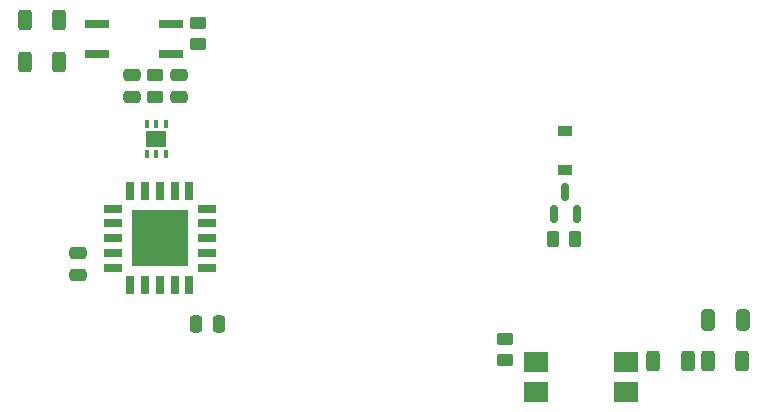
<source format=gbr>
%TF.GenerationSoftware,KiCad,Pcbnew,(6.0.0)*%
%TF.CreationDate,2022-03-17T14:10:33-06:00*%
%TF.ProjectId,main-board,6d61696e-2d62-46f6-9172-642e6b696361,rev?*%
%TF.SameCoordinates,Original*%
%TF.FileFunction,Paste,Top*%
%TF.FilePolarity,Positive*%
%FSLAX46Y46*%
G04 Gerber Fmt 4.6, Leading zero omitted, Abs format (unit mm)*
G04 Created by KiCad (PCBNEW (6.0.0)) date 2022-03-17 14:10:33*
%MOMM*%
%LPD*%
G01*
G04 APERTURE LIST*
G04 Aperture macros list*
%AMRoundRect*
0 Rectangle with rounded corners*
0 $1 Rounding radius*
0 $2 $3 $4 $5 $6 $7 $8 $9 X,Y pos of 4 corners*
0 Add a 4 corners polygon primitive as box body*
4,1,4,$2,$3,$4,$5,$6,$7,$8,$9,$2,$3,0*
0 Add four circle primitives for the rounded corners*
1,1,$1+$1,$2,$3*
1,1,$1+$1,$4,$5*
1,1,$1+$1,$6,$7*
1,1,$1+$1,$8,$9*
0 Add four rect primitives between the rounded corners*
20,1,$1+$1,$2,$3,$4,$5,0*
20,1,$1+$1,$4,$5,$6,$7,0*
20,1,$1+$1,$6,$7,$8,$9,0*
20,1,$1+$1,$8,$9,$2,$3,0*%
G04 Aperture macros list end*
%ADD10RoundRect,0.250000X0.250000X0.475000X-0.250000X0.475000X-0.250000X-0.475000X0.250000X-0.475000X0*%
%ADD11RoundRect,0.250000X-0.312500X-0.625000X0.312500X-0.625000X0.312500X0.625000X-0.312500X0.625000X0*%
%ADD12R,1.200000X0.900000*%
%ADD13RoundRect,0.250000X-0.475000X0.250000X-0.475000X-0.250000X0.475000X-0.250000X0.475000X0.250000X0*%
%ADD14RoundRect,0.250000X0.450000X-0.262500X0.450000X0.262500X-0.450000X0.262500X-0.450000X-0.262500X0*%
%ADD15R,2.000000X0.640000*%
%ADD16R,0.800000X1.500000*%
%ADD17R,1.500000X0.800000*%
%ADD18R,4.800000X4.800000*%
%ADD19RoundRect,0.150000X0.150000X-0.587500X0.150000X0.587500X-0.150000X0.587500X-0.150000X-0.587500X0*%
%ADD20RoundRect,0.250000X-0.450000X0.262500X-0.450000X-0.262500X0.450000X-0.262500X0.450000X0.262500X0*%
%ADD21R,0.450000X0.750000*%
%ADD22R,1.740000X1.350000*%
%ADD23R,2.000000X1.780000*%
%ADD24RoundRect,0.250000X-0.325000X-0.650000X0.325000X-0.650000X0.325000X0.650000X-0.325000X0.650000X0*%
%ADD25RoundRect,0.250000X0.262500X0.450000X-0.262500X0.450000X-0.262500X-0.450000X0.262500X-0.450000X0*%
%ADD26RoundRect,0.250000X0.475000X-0.250000X0.475000X0.250000X-0.475000X0.250000X-0.475000X-0.250000X0*%
G04 APERTURE END LIST*
D10*
%TO.C,C4*%
X100296000Y-77806000D03*
X98396000Y-77806000D03*
%TD*%
D11*
%TO.C,R1*%
X83877500Y-52040000D03*
X86802500Y-52040000D03*
%TD*%
D12*
%TO.C,D1*%
X129620000Y-61430000D03*
X129620000Y-64730000D03*
%TD*%
D11*
%TO.C,R7*%
X141687500Y-80950000D03*
X144612500Y-80950000D03*
%TD*%
D13*
%TO.C,C3*%
X92920000Y-56700000D03*
X92920000Y-58600000D03*
%TD*%
D11*
%TO.C,R2*%
X83877500Y-55650000D03*
X86802500Y-55650000D03*
%TD*%
D14*
%TO.C,R3*%
X98570000Y-54102000D03*
X98570000Y-52277000D03*
%TD*%
D15*
%TO.C,U1*%
X89960000Y-52410000D03*
X89960000Y-54950000D03*
X96260000Y-54950000D03*
X96260000Y-52410000D03*
%TD*%
D16*
%TO.C,U4*%
X92800000Y-74530000D03*
X94050000Y-74530000D03*
X95300000Y-74530000D03*
X96550000Y-74530000D03*
X97800000Y-74530000D03*
D17*
X99300000Y-73030000D03*
X99300000Y-71780000D03*
X99300000Y-70530000D03*
X99300000Y-69280000D03*
X99300000Y-68030000D03*
D16*
X97800000Y-66530000D03*
X96550000Y-66530000D03*
X95300000Y-66530000D03*
X94050000Y-66530000D03*
X92800000Y-66530000D03*
D17*
X91300000Y-68030000D03*
X91300000Y-69280000D03*
X91300000Y-70530000D03*
X91300000Y-71780000D03*
X91300000Y-73030000D03*
D18*
X95300000Y-70530000D03*
%TD*%
D13*
%TO.C,C2*%
X88330000Y-71770000D03*
X88330000Y-73670000D03*
%TD*%
D19*
%TO.C,Q1*%
X128680000Y-68477500D03*
X130580000Y-68477500D03*
X129630000Y-66602500D03*
%TD*%
D20*
%TO.C,R5*%
X124500000Y-79037500D03*
X124500000Y-80862500D03*
%TD*%
D21*
%TO.C,U5*%
X95795000Y-60870000D03*
X94995000Y-60870000D03*
X94195000Y-60870000D03*
X94195000Y-63370000D03*
X94995000Y-63370000D03*
X95795000Y-63370000D03*
D22*
X94995000Y-62120000D03*
%TD*%
D23*
%TO.C,U3*%
X127120000Y-80990000D03*
X127120000Y-83530000D03*
X134740000Y-83530000D03*
X134740000Y-80990000D03*
%TD*%
D14*
%TO.C,R8*%
X94910000Y-58542500D03*
X94910000Y-56717500D03*
%TD*%
D11*
%TO.C,R6*%
X137077500Y-80950000D03*
X140002500Y-80950000D03*
%TD*%
D24*
%TO.C,C1*%
X141725000Y-77440000D03*
X144675000Y-77440000D03*
%TD*%
D25*
%TO.C,R4*%
X130452500Y-70630000D03*
X128627500Y-70630000D03*
%TD*%
D26*
%TO.C,C5*%
X96890000Y-58600000D03*
X96890000Y-56700000D03*
%TD*%
M02*

</source>
